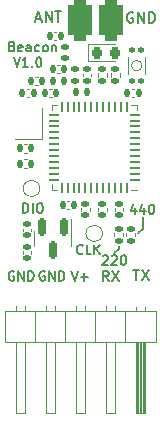
<source format=gbr>
%TF.GenerationSoftware,KiCad,Pcbnew,7.0.6*%
%TF.CreationDate,2023-07-24T21:53:20+02:00*%
%TF.ProjectId,beacon,62656163-6f6e-42e6-9b69-6361645f7063,rev?*%
%TF.SameCoordinates,Original*%
%TF.FileFunction,Legend,Top*%
%TF.FilePolarity,Positive*%
%FSLAX46Y46*%
G04 Gerber Fmt 4.6, Leading zero omitted, Abs format (unit mm)*
G04 Created by KiCad (PCBNEW 7.0.6) date 2023-07-24 21:53:20*
%MOMM*%
%LPD*%
G01*
G04 APERTURE LIST*
G04 Aperture macros list*
%AMRoundRect*
0 Rectangle with rounded corners*
0 $1 Rounding radius*
0 $2 $3 $4 $5 $6 $7 $8 $9 X,Y pos of 4 corners*
0 Add a 4 corners polygon primitive as box body*
4,1,4,$2,$3,$4,$5,$6,$7,$8,$9,$2,$3,0*
0 Add four circle primitives for the rounded corners*
1,1,$1+$1,$2,$3*
1,1,$1+$1,$4,$5*
1,1,$1+$1,$6,$7*
1,1,$1+$1,$8,$9*
0 Add four rect primitives between the rounded corners*
20,1,$1+$1,$2,$3,$4,$5,0*
20,1,$1+$1,$4,$5,$6,$7,0*
20,1,$1+$1,$6,$7,$8,$9,0*
20,1,$1+$1,$8,$9,$2,$3,0*%
G04 Aperture macros list end*
%ADD10C,0.150000*%
%ADD11C,0.120000*%
%ADD12C,0.100000*%
%ADD13RoundRect,0.147500X0.172500X-0.147500X0.172500X0.147500X-0.172500X0.147500X-0.172500X-0.147500X0*%
%ADD14RoundRect,0.140000X0.140000X0.170000X-0.140000X0.170000X-0.140000X-0.170000X0.140000X-0.170000X0*%
%ADD15RoundRect,0.500000X-0.500000X-1.250000X0.500000X-1.250000X0.500000X1.250000X-0.500000X1.250000X0*%
%ADD16RoundRect,0.140000X-0.170000X0.140000X-0.170000X-0.140000X0.170000X-0.140000X0.170000X0.140000X0*%
%ADD17RoundRect,0.062500X0.375000X0.062500X-0.375000X0.062500X-0.375000X-0.062500X0.375000X-0.062500X0*%
%ADD18RoundRect,0.062500X0.062500X0.375000X-0.062500X0.375000X-0.062500X-0.375000X0.062500X-0.375000X0*%
%ADD19R,5.600000X5.600000*%
%ADD20RoundRect,0.135000X0.185000X-0.135000X0.185000X0.135000X-0.185000X0.135000X-0.185000X-0.135000X0*%
%ADD21C,1.300000*%
%ADD22RoundRect,0.140000X0.170000X-0.140000X0.170000X0.140000X-0.170000X0.140000X-0.170000X-0.140000X0*%
%ADD23RoundRect,0.150000X-0.150000X0.587500X-0.150000X-0.587500X0.150000X-0.587500X0.150000X0.587500X0*%
%ADD24C,1.000000*%
%ADD25RoundRect,0.140000X-0.140000X-0.170000X0.140000X-0.170000X0.140000X0.170000X-0.140000X0.170000X0*%
%ADD26RoundRect,0.135000X-0.185000X0.135000X-0.185000X-0.135000X0.185000X-0.135000X0.185000X0.135000X0*%
%ADD27R,0.800000X0.900000*%
%ADD28C,1.700000*%
%ADD29O,1.700000X1.700000*%
%ADD30RoundRect,0.125000X-0.125000X0.150000X-0.125000X-0.150000X0.125000X-0.150000X0.125000X0.150000X0*%
%ADD31RoundRect,0.147500X-0.147500X-0.172500X0.147500X-0.172500X0.147500X0.172500X-0.147500X0.172500X0*%
%ADD32RoundRect,0.218750X-0.218750X-0.256250X0.218750X-0.256250X0.218750X0.256250X-0.218750X0.256250X0*%
G04 APERTURE END LIST*
D10*
X1655826Y21824753D02*
X1770112Y21786658D01*
X1770112Y21786658D02*
X1808207Y21748562D01*
X1808207Y21748562D02*
X1846303Y21672372D01*
X1846303Y21672372D02*
X1846303Y21558086D01*
X1846303Y21558086D02*
X1808207Y21481896D01*
X1808207Y21481896D02*
X1770112Y21443800D01*
X1770112Y21443800D02*
X1693922Y21405705D01*
X1693922Y21405705D02*
X1389160Y21405705D01*
X1389160Y21405705D02*
X1389160Y22205705D01*
X1389160Y22205705D02*
X1655826Y22205705D01*
X1655826Y22205705D02*
X1732017Y22167610D01*
X1732017Y22167610D02*
X1770112Y22129515D01*
X1770112Y22129515D02*
X1808207Y22053324D01*
X1808207Y22053324D02*
X1808207Y21977134D01*
X1808207Y21977134D02*
X1770112Y21900943D01*
X1770112Y21900943D02*
X1732017Y21862848D01*
X1732017Y21862848D02*
X1655826Y21824753D01*
X1655826Y21824753D02*
X1389160Y21824753D01*
X2493922Y21443800D02*
X2417731Y21405705D01*
X2417731Y21405705D02*
X2265350Y21405705D01*
X2265350Y21405705D02*
X2189160Y21443800D01*
X2189160Y21443800D02*
X2151064Y21519991D01*
X2151064Y21519991D02*
X2151064Y21824753D01*
X2151064Y21824753D02*
X2189160Y21900943D01*
X2189160Y21900943D02*
X2265350Y21939039D01*
X2265350Y21939039D02*
X2417731Y21939039D01*
X2417731Y21939039D02*
X2493922Y21900943D01*
X2493922Y21900943D02*
X2532017Y21824753D01*
X2532017Y21824753D02*
X2532017Y21748562D01*
X2532017Y21748562D02*
X2151064Y21672372D01*
X3217731Y21405705D02*
X3217731Y21824753D01*
X3217731Y21824753D02*
X3179636Y21900943D01*
X3179636Y21900943D02*
X3103445Y21939039D01*
X3103445Y21939039D02*
X2951064Y21939039D01*
X2951064Y21939039D02*
X2874874Y21900943D01*
X3217731Y21443800D02*
X3141540Y21405705D01*
X3141540Y21405705D02*
X2951064Y21405705D01*
X2951064Y21405705D02*
X2874874Y21443800D01*
X2874874Y21443800D02*
X2836778Y21519991D01*
X2836778Y21519991D02*
X2836778Y21596181D01*
X2836778Y21596181D02*
X2874874Y21672372D01*
X2874874Y21672372D02*
X2951064Y21710467D01*
X2951064Y21710467D02*
X3141540Y21710467D01*
X3141540Y21710467D02*
X3217731Y21748562D01*
X3941541Y21443800D02*
X3865350Y21405705D01*
X3865350Y21405705D02*
X3712969Y21405705D01*
X3712969Y21405705D02*
X3636779Y21443800D01*
X3636779Y21443800D02*
X3598684Y21481896D01*
X3598684Y21481896D02*
X3560588Y21558086D01*
X3560588Y21558086D02*
X3560588Y21786658D01*
X3560588Y21786658D02*
X3598684Y21862848D01*
X3598684Y21862848D02*
X3636779Y21900943D01*
X3636779Y21900943D02*
X3712969Y21939039D01*
X3712969Y21939039D02*
X3865350Y21939039D01*
X3865350Y21939039D02*
X3941541Y21900943D01*
X4398683Y21405705D02*
X4322493Y21443800D01*
X4322493Y21443800D02*
X4284398Y21481896D01*
X4284398Y21481896D02*
X4246302Y21558086D01*
X4246302Y21558086D02*
X4246302Y21786658D01*
X4246302Y21786658D02*
X4284398Y21862848D01*
X4284398Y21862848D02*
X4322493Y21900943D01*
X4322493Y21900943D02*
X4398683Y21939039D01*
X4398683Y21939039D02*
X4512969Y21939039D01*
X4512969Y21939039D02*
X4589160Y21900943D01*
X4589160Y21900943D02*
X4627255Y21862848D01*
X4627255Y21862848D02*
X4665350Y21786658D01*
X4665350Y21786658D02*
X4665350Y21558086D01*
X4665350Y21558086D02*
X4627255Y21481896D01*
X4627255Y21481896D02*
X4589160Y21443800D01*
X4589160Y21443800D02*
X4512969Y21405705D01*
X4512969Y21405705D02*
X4398683Y21405705D01*
X5008208Y21939039D02*
X5008208Y21405705D01*
X5008208Y21862848D02*
X5046303Y21900943D01*
X5046303Y21900943D02*
X5122493Y21939039D01*
X5122493Y21939039D02*
X5236779Y21939039D01*
X5236779Y21939039D02*
X5312970Y21900943D01*
X5312970Y21900943D02*
X5351065Y21824753D01*
X5351065Y21824753D02*
X5351065Y21405705D01*
X10700000Y4650000D02*
X10300000Y4350000D01*
X12700000Y6400000D02*
X12700000Y7400000D01*
X12300000Y6000000D02*
X12700000Y6400000D01*
X10700000Y4900000D02*
X10700000Y4650000D01*
X1808207Y2767610D02*
X1732017Y2805705D01*
X1732017Y2805705D02*
X1617731Y2805705D01*
X1617731Y2805705D02*
X1503445Y2767610D01*
X1503445Y2767610D02*
X1427255Y2691420D01*
X1427255Y2691420D02*
X1389160Y2615229D01*
X1389160Y2615229D02*
X1351064Y2462848D01*
X1351064Y2462848D02*
X1351064Y2348562D01*
X1351064Y2348562D02*
X1389160Y2196181D01*
X1389160Y2196181D02*
X1427255Y2119991D01*
X1427255Y2119991D02*
X1503445Y2043800D01*
X1503445Y2043800D02*
X1617731Y2005705D01*
X1617731Y2005705D02*
X1693922Y2005705D01*
X1693922Y2005705D02*
X1808207Y2043800D01*
X1808207Y2043800D02*
X1846303Y2081896D01*
X1846303Y2081896D02*
X1846303Y2348562D01*
X1846303Y2348562D02*
X1693922Y2348562D01*
X2189160Y2005705D02*
X2189160Y2805705D01*
X2189160Y2805705D02*
X2646303Y2005705D01*
X2646303Y2005705D02*
X2646303Y2805705D01*
X3027255Y2005705D02*
X3027255Y2805705D01*
X3027255Y2805705D02*
X3217731Y2805705D01*
X3217731Y2805705D02*
X3332017Y2767610D01*
X3332017Y2767610D02*
X3408207Y2691420D01*
X3408207Y2691420D02*
X3446302Y2615229D01*
X3446302Y2615229D02*
X3484398Y2462848D01*
X3484398Y2462848D02*
X3484398Y2348562D01*
X3484398Y2348562D02*
X3446302Y2196181D01*
X3446302Y2196181D02*
X3408207Y2119991D01*
X3408207Y2119991D02*
X3332017Y2043800D01*
X3332017Y2043800D02*
X3217731Y2005705D01*
X3217731Y2005705D02*
X3027255Y2005705D01*
X11884398Y24675086D02*
X11798684Y24717943D01*
X11798684Y24717943D02*
X11670112Y24717943D01*
X11670112Y24717943D02*
X11541541Y24675086D01*
X11541541Y24675086D02*
X11455826Y24589372D01*
X11455826Y24589372D02*
X11412969Y24503658D01*
X11412969Y24503658D02*
X11370112Y24332229D01*
X11370112Y24332229D02*
X11370112Y24203658D01*
X11370112Y24203658D02*
X11412969Y24032229D01*
X11412969Y24032229D02*
X11455826Y23946515D01*
X11455826Y23946515D02*
X11541541Y23860800D01*
X11541541Y23860800D02*
X11670112Y23817943D01*
X11670112Y23817943D02*
X11755826Y23817943D01*
X11755826Y23817943D02*
X11884398Y23860800D01*
X11884398Y23860800D02*
X11927255Y23903658D01*
X11927255Y23903658D02*
X11927255Y24203658D01*
X11927255Y24203658D02*
X11755826Y24203658D01*
X12312969Y23817943D02*
X12312969Y24717943D01*
X12312969Y24717943D02*
X12827255Y23817943D01*
X12827255Y23817943D02*
X12827255Y24717943D01*
X13255826Y23817943D02*
X13255826Y24717943D01*
X13255826Y24717943D02*
X13470112Y24717943D01*
X13470112Y24717943D02*
X13598683Y24675086D01*
X13598683Y24675086D02*
X13684398Y24589372D01*
X13684398Y24589372D02*
X13727255Y24503658D01*
X13727255Y24503658D02*
X13770112Y24332229D01*
X13770112Y24332229D02*
X13770112Y24203658D01*
X13770112Y24203658D02*
X13727255Y24032229D01*
X13727255Y24032229D02*
X13684398Y23946515D01*
X13684398Y23946515D02*
X13598683Y23860800D01*
X13598683Y23860800D02*
X13470112Y23817943D01*
X13470112Y23817943D02*
X13255826Y23817943D01*
X6674874Y2805705D02*
X6941541Y2005705D01*
X6941541Y2005705D02*
X7208207Y2805705D01*
X7474874Y2310467D02*
X8084398Y2310467D01*
X7779636Y2005705D02*
X7779636Y2615229D01*
X3670112Y24175086D02*
X4098684Y24175086D01*
X3584398Y23917943D02*
X3884398Y24817943D01*
X3884398Y24817943D02*
X4184398Y23917943D01*
X4484398Y23917943D02*
X4484398Y24817943D01*
X4484398Y24817943D02*
X4998684Y23917943D01*
X4998684Y23917943D02*
X4998684Y24817943D01*
X5298684Y24817943D02*
X5812970Y24817943D01*
X5555827Y23917943D02*
X5555827Y24817943D01*
X9827255Y2005705D02*
X9527255Y2386658D01*
X9312969Y2005705D02*
X9312969Y2805705D01*
X9312969Y2805705D02*
X9655826Y2805705D01*
X9655826Y2805705D02*
X9741541Y2767610D01*
X9741541Y2767610D02*
X9784398Y2729515D01*
X9784398Y2729515D02*
X9827255Y2653324D01*
X9827255Y2653324D02*
X9827255Y2539039D01*
X9827255Y2539039D02*
X9784398Y2462848D01*
X9784398Y2462848D02*
X9741541Y2424753D01*
X9741541Y2424753D02*
X9655826Y2386658D01*
X9655826Y2386658D02*
X9312969Y2386658D01*
X10127255Y2805705D02*
X10727255Y2005705D01*
X10727255Y2805705D02*
X10127255Y2005705D01*
X4408207Y2767610D02*
X4332017Y2805705D01*
X4332017Y2805705D02*
X4217731Y2805705D01*
X4217731Y2805705D02*
X4103445Y2767610D01*
X4103445Y2767610D02*
X4027255Y2691420D01*
X4027255Y2691420D02*
X3989160Y2615229D01*
X3989160Y2615229D02*
X3951064Y2462848D01*
X3951064Y2462848D02*
X3951064Y2348562D01*
X3951064Y2348562D02*
X3989160Y2196181D01*
X3989160Y2196181D02*
X4027255Y2119991D01*
X4027255Y2119991D02*
X4103445Y2043800D01*
X4103445Y2043800D02*
X4217731Y2005705D01*
X4217731Y2005705D02*
X4293922Y2005705D01*
X4293922Y2005705D02*
X4408207Y2043800D01*
X4408207Y2043800D02*
X4446303Y2081896D01*
X4446303Y2081896D02*
X4446303Y2348562D01*
X4446303Y2348562D02*
X4293922Y2348562D01*
X4789160Y2005705D02*
X4789160Y2805705D01*
X4789160Y2805705D02*
X5246303Y2005705D01*
X5246303Y2005705D02*
X5246303Y2805705D01*
X5627255Y2005705D02*
X5627255Y2805705D01*
X5627255Y2805705D02*
X5817731Y2805705D01*
X5817731Y2805705D02*
X5932017Y2767610D01*
X5932017Y2767610D02*
X6008207Y2691420D01*
X6008207Y2691420D02*
X6046302Y2615229D01*
X6046302Y2615229D02*
X6084398Y2462848D01*
X6084398Y2462848D02*
X6084398Y2348562D01*
X6084398Y2348562D02*
X6046302Y2196181D01*
X6046302Y2196181D02*
X6008207Y2119991D01*
X6008207Y2119991D02*
X5932017Y2043800D01*
X5932017Y2043800D02*
X5817731Y2005705D01*
X5817731Y2005705D02*
X5627255Y2005705D01*
X11884398Y2917943D02*
X12398684Y2917943D01*
X12141541Y2017943D02*
X12141541Y2917943D01*
X12612969Y2917943D02*
X13212969Y2017943D01*
X13212969Y2917943D02*
X12612969Y2017943D01*
X1774874Y20905705D02*
X2041541Y20105705D01*
X2041541Y20105705D02*
X2308207Y20905705D01*
X2993921Y20105705D02*
X2536778Y20105705D01*
X2765350Y20105705D02*
X2765350Y20905705D01*
X2765350Y20905705D02*
X2689159Y20791420D01*
X2689159Y20791420D02*
X2612969Y20715229D01*
X2612969Y20715229D02*
X2536778Y20677134D01*
X3336779Y20181896D02*
X3374874Y20143800D01*
X3374874Y20143800D02*
X3336779Y20105705D01*
X3336779Y20105705D02*
X3298683Y20143800D01*
X3298683Y20143800D02*
X3336779Y20181896D01*
X3336779Y20181896D02*
X3336779Y20105705D01*
X3870112Y20905705D02*
X3946302Y20905705D01*
X3946302Y20905705D02*
X4022493Y20867610D01*
X4022493Y20867610D02*
X4060588Y20829515D01*
X4060588Y20829515D02*
X4098683Y20753324D01*
X4098683Y20753324D02*
X4136778Y20600943D01*
X4136778Y20600943D02*
X4136778Y20410467D01*
X4136778Y20410467D02*
X4098683Y20258086D01*
X4098683Y20258086D02*
X4060588Y20181896D01*
X4060588Y20181896D02*
X4022493Y20143800D01*
X4022493Y20143800D02*
X3946302Y20105705D01*
X3946302Y20105705D02*
X3870112Y20105705D01*
X3870112Y20105705D02*
X3793921Y20143800D01*
X3793921Y20143800D02*
X3755826Y20181896D01*
X3755826Y20181896D02*
X3717731Y20258086D01*
X3717731Y20258086D02*
X3679635Y20410467D01*
X3679635Y20410467D02*
X3679635Y20600943D01*
X3679635Y20600943D02*
X3717731Y20753324D01*
X3717731Y20753324D02*
X3755826Y20829515D01*
X3755826Y20829515D02*
X3793921Y20867610D01*
X3793921Y20867610D02*
X3870112Y20905705D01*
X7623810Y4313896D02*
X7585714Y4275800D01*
X7585714Y4275800D02*
X7471429Y4237705D01*
X7471429Y4237705D02*
X7395238Y4237705D01*
X7395238Y4237705D02*
X7280952Y4275800D01*
X7280952Y4275800D02*
X7204762Y4351991D01*
X7204762Y4351991D02*
X7166667Y4428181D01*
X7166667Y4428181D02*
X7128571Y4580562D01*
X7128571Y4580562D02*
X7128571Y4694848D01*
X7128571Y4694848D02*
X7166667Y4847229D01*
X7166667Y4847229D02*
X7204762Y4923420D01*
X7204762Y4923420D02*
X7280952Y4999610D01*
X7280952Y4999610D02*
X7395238Y5037705D01*
X7395238Y5037705D02*
X7471429Y5037705D01*
X7471429Y5037705D02*
X7585714Y4999610D01*
X7585714Y4999610D02*
X7623810Y4961515D01*
X8347619Y4237705D02*
X7966667Y4237705D01*
X7966667Y4237705D02*
X7966667Y5037705D01*
X8614286Y4237705D02*
X8614286Y5037705D01*
X9071429Y4237705D02*
X8728571Y4694848D01*
X9071429Y5037705D02*
X8614286Y4580562D01*
X2580953Y7737705D02*
X2580953Y8537705D01*
X2580953Y8537705D02*
X2771429Y8537705D01*
X2771429Y8537705D02*
X2885715Y8499610D01*
X2885715Y8499610D02*
X2961905Y8423420D01*
X2961905Y8423420D02*
X3000000Y8347229D01*
X3000000Y8347229D02*
X3038096Y8194848D01*
X3038096Y8194848D02*
X3038096Y8080562D01*
X3038096Y8080562D02*
X3000000Y7928181D01*
X3000000Y7928181D02*
X2961905Y7851991D01*
X2961905Y7851991D02*
X2885715Y7775800D01*
X2885715Y7775800D02*
X2771429Y7737705D01*
X2771429Y7737705D02*
X2580953Y7737705D01*
X3380953Y7737705D02*
X3380953Y8537705D01*
X3914286Y8537705D02*
X4066667Y8537705D01*
X4066667Y8537705D02*
X4142857Y8499610D01*
X4142857Y8499610D02*
X4219048Y8423420D01*
X4219048Y8423420D02*
X4257143Y8271039D01*
X4257143Y8271039D02*
X4257143Y8004372D01*
X4257143Y8004372D02*
X4219048Y7851991D01*
X4219048Y7851991D02*
X4142857Y7775800D01*
X4142857Y7775800D02*
X4066667Y7737705D01*
X4066667Y7737705D02*
X3914286Y7737705D01*
X3914286Y7737705D02*
X3838095Y7775800D01*
X3838095Y7775800D02*
X3761905Y7851991D01*
X3761905Y7851991D02*
X3723809Y8004372D01*
X3723809Y8004372D02*
X3723809Y8271039D01*
X3723809Y8271039D02*
X3761905Y8423420D01*
X3761905Y8423420D02*
X3838095Y8499610D01*
X3838095Y8499610D02*
X3914286Y8537705D01*
X9309523Y4061515D02*
X9347619Y4099610D01*
X9347619Y4099610D02*
X9423809Y4137705D01*
X9423809Y4137705D02*
X9614285Y4137705D01*
X9614285Y4137705D02*
X9690476Y4099610D01*
X9690476Y4099610D02*
X9728571Y4061515D01*
X9728571Y4061515D02*
X9766666Y3985324D01*
X9766666Y3985324D02*
X9766666Y3909134D01*
X9766666Y3909134D02*
X9728571Y3794848D01*
X9728571Y3794848D02*
X9271428Y3337705D01*
X9271428Y3337705D02*
X9766666Y3337705D01*
X10071428Y4061515D02*
X10109524Y4099610D01*
X10109524Y4099610D02*
X10185714Y4137705D01*
X10185714Y4137705D02*
X10376190Y4137705D01*
X10376190Y4137705D02*
X10452381Y4099610D01*
X10452381Y4099610D02*
X10490476Y4061515D01*
X10490476Y4061515D02*
X10528571Y3985324D01*
X10528571Y3985324D02*
X10528571Y3909134D01*
X10528571Y3909134D02*
X10490476Y3794848D01*
X10490476Y3794848D02*
X10033333Y3337705D01*
X10033333Y3337705D02*
X10528571Y3337705D01*
X11023810Y4137705D02*
X11100000Y4137705D01*
X11100000Y4137705D02*
X11176191Y4099610D01*
X11176191Y4099610D02*
X11214286Y4061515D01*
X11214286Y4061515D02*
X11252381Y3985324D01*
X11252381Y3985324D02*
X11290476Y3832943D01*
X11290476Y3832943D02*
X11290476Y3642467D01*
X11290476Y3642467D02*
X11252381Y3490086D01*
X11252381Y3490086D02*
X11214286Y3413896D01*
X11214286Y3413896D02*
X11176191Y3375800D01*
X11176191Y3375800D02*
X11100000Y3337705D01*
X11100000Y3337705D02*
X11023810Y3337705D01*
X11023810Y3337705D02*
X10947619Y3375800D01*
X10947619Y3375800D02*
X10909524Y3413896D01*
X10909524Y3413896D02*
X10871429Y3490086D01*
X10871429Y3490086D02*
X10833333Y3642467D01*
X10833333Y3642467D02*
X10833333Y3832943D01*
X10833333Y3832943D02*
X10871429Y3985324D01*
X10871429Y3985324D02*
X10909524Y4061515D01*
X10909524Y4061515D02*
X10947619Y4099610D01*
X10947619Y4099610D02*
X11023810Y4137705D01*
X12090476Y8171039D02*
X12090476Y7637705D01*
X11900000Y8475800D02*
X11709523Y7904372D01*
X11709523Y7904372D02*
X12204762Y7904372D01*
X12852381Y8171039D02*
X12852381Y7637705D01*
X12661905Y8475800D02*
X12471428Y7904372D01*
X12471428Y7904372D02*
X12966667Y7904372D01*
X13423810Y8437705D02*
X13500000Y8437705D01*
X13500000Y8437705D02*
X13576191Y8399610D01*
X13576191Y8399610D02*
X13614286Y8361515D01*
X13614286Y8361515D02*
X13652381Y8285324D01*
X13652381Y8285324D02*
X13690476Y8132943D01*
X13690476Y8132943D02*
X13690476Y7942467D01*
X13690476Y7942467D02*
X13652381Y7790086D01*
X13652381Y7790086D02*
X13614286Y7713896D01*
X13614286Y7713896D02*
X13576191Y7675800D01*
X13576191Y7675800D02*
X13500000Y7637705D01*
X13500000Y7637705D02*
X13423810Y7637705D01*
X13423810Y7637705D02*
X13347619Y7675800D01*
X13347619Y7675800D02*
X13309524Y7713896D01*
X13309524Y7713896D02*
X13271429Y7790086D01*
X13271429Y7790086D02*
X13233333Y7942467D01*
X13233333Y7942467D02*
X13233333Y8132943D01*
X13233333Y8132943D02*
X13271429Y8285324D01*
X13271429Y8285324D02*
X13309524Y8361515D01*
X13309524Y8361515D02*
X13347619Y8399610D01*
X13347619Y8399610D02*
X13423810Y8437705D01*
D11*
%TO.C,C5*%
X5007836Y17540000D02*
X4792164Y17540000D01*
X5007836Y18260000D02*
X4792164Y18260000D01*
%TO.C,C7*%
X5707836Y19540000D02*
X5492164Y19540000D01*
X5707836Y20260000D02*
X5492164Y20260000D01*
%TO.C,C11*%
X11060000Y8107836D02*
X11060000Y7892164D01*
X10340000Y8107836D02*
X10340000Y7892164D01*
%TO.C,C13*%
X3260000Y6407836D02*
X3260000Y6192164D01*
X2540000Y6407836D02*
X2540000Y6192164D01*
%TO.C,C3*%
X9660000Y8107836D02*
X9660000Y7892164D01*
X8940000Y8107836D02*
X8940000Y7892164D01*
%TO.C,C12*%
X3107836Y17540000D02*
X2892164Y17540000D01*
X3107836Y18260000D02*
X2892164Y18260000D01*
%TO.C,U1*%
X12210000Y16910000D02*
X12210000Y16435000D01*
X11735000Y9690000D02*
X12210000Y9690000D01*
X11735000Y16910000D02*
X12210000Y16910000D01*
X5465000Y9690000D02*
X4990000Y9690000D01*
X5465000Y16910000D02*
X4990000Y16910000D01*
X4990000Y9690000D02*
X4990000Y10165000D01*
X4990000Y16910000D02*
X4990000Y16435000D01*
%TO.C,R3*%
X10020000Y19256359D02*
X10020000Y19563641D01*
X10780000Y19256359D02*
X10780000Y19563641D01*
%TO.C,C14*%
X2540000Y4292164D02*
X2540000Y4507836D01*
X3260000Y4292164D02*
X3260000Y4507836D01*
%TO.C,U2*%
X6660000Y5562500D02*
X6660000Y7237500D01*
X6660000Y5562500D02*
X6660000Y4912500D01*
X3540000Y5562500D02*
X3540000Y6212500D01*
X3540000Y5562500D02*
X3540000Y4912500D01*
%TO.C,TP2*%
X9300000Y6000000D02*
G75*
G03*
X9300000Y6000000I-700000J0D01*
G01*
%TO.C,C6*%
X7640000Y19292164D02*
X7640000Y19507836D01*
X8360000Y19292164D02*
X8360000Y19507836D01*
%TO.C,C15*%
X6292164Y8760000D02*
X6507836Y8760000D01*
X6292164Y8040000D02*
X6507836Y8040000D01*
%TO.C,R4*%
X9680000Y19553641D02*
X9680000Y19246359D01*
X8920000Y19553641D02*
X8920000Y19246359D01*
%TO.C,C1*%
X12007836Y17540000D02*
X11792164Y17540000D01*
X12007836Y18260000D02*
X11792164Y18260000D01*
%TO.C,C10*%
X2907836Y12840000D02*
X2692164Y12840000D01*
X2907836Y13560000D02*
X2692164Y13560000D01*
%TO.C,C4*%
X3807836Y18540000D02*
X3592164Y18540000D01*
X3807836Y19260000D02*
X3592164Y19260000D01*
%TO.C,C2*%
X8210000Y8107836D02*
X8210000Y7892164D01*
X7490000Y8107836D02*
X7490000Y7892164D01*
%TO.C,R1*%
X11080000Y6053641D02*
X11080000Y5746359D01*
X10320000Y6053641D02*
X10320000Y5746359D01*
%TO.C,Y1*%
X1900000Y13950000D02*
X4200000Y13950000D01*
X4200000Y13950000D02*
X4200000Y16650000D01*
%TO.C,C9*%
X2907836Y11540000D02*
X2692164Y11540000D01*
X2907836Y12260000D02*
X2692164Y12260000D01*
%TO.C,J1*%
X10340000Y-167929D02*
X10340000Y-565000D01*
X9580000Y-167929D02*
X9580000Y-565000D01*
X7800000Y-167929D02*
X7800000Y-565000D01*
X7040000Y-167929D02*
X7040000Y-565000D01*
X5260000Y-167929D02*
X5260000Y-565000D01*
X4500000Y-167929D02*
X4500000Y-565000D01*
X2720000Y-167929D02*
X2720000Y-565000D01*
X1960000Y-167929D02*
X1960000Y-565000D01*
X12880000Y-235000D02*
X12880000Y-565000D01*
X12120000Y-235000D02*
X12120000Y-565000D01*
X13830000Y-565000D02*
X1010000Y-565000D01*
X11230000Y-565000D02*
X11230000Y-3225000D01*
X8690000Y-565000D02*
X8690000Y-3225000D01*
X6150000Y-565000D02*
X6150000Y-3225000D01*
X3610000Y-565000D02*
X3610000Y-3225000D01*
X1010000Y-565000D02*
X1010000Y-3225000D01*
X13830000Y-3225000D02*
X13830000Y-565000D01*
X12880000Y-3225000D02*
X12880000Y-9225000D01*
X12820000Y-3225000D02*
X12820000Y-9225000D01*
X12700000Y-3225000D02*
X12700000Y-9225000D01*
X12580000Y-3225000D02*
X12580000Y-9225000D01*
X12460000Y-3225000D02*
X12460000Y-9225000D01*
X12340000Y-3225000D02*
X12340000Y-9225000D01*
X12220000Y-3225000D02*
X12220000Y-9225000D01*
X10340000Y-3225000D02*
X10340000Y-9225000D01*
X7800000Y-3225000D02*
X7800000Y-9225000D01*
X5260000Y-3225000D02*
X5260000Y-9225000D01*
X2720000Y-3225000D02*
X2720000Y-9225000D01*
X1010000Y-3225000D02*
X13830000Y-3225000D01*
X12880000Y-9225000D02*
X12120000Y-9225000D01*
X12120000Y-9225000D02*
X12120000Y-3225000D01*
X10340000Y-9225000D02*
X9580000Y-9225000D01*
X9580000Y-9225000D02*
X9580000Y-3225000D01*
X7800000Y-9225000D02*
X7040000Y-9225000D01*
X7040000Y-9225000D02*
X7040000Y-3225000D01*
X5260000Y-9225000D02*
X4500000Y-9225000D01*
X4500000Y-9225000D02*
X4500000Y-3225000D01*
X2720000Y-9225000D02*
X1960000Y-9225000D01*
X1960000Y-9225000D02*
X1960000Y-3225000D01*
%TO.C,TP1*%
X4000000Y9800000D02*
G75*
G03*
X4000000Y9800000I-700000J0D01*
G01*
%TO.C,R2*%
X12080000Y6053641D02*
X12080000Y5746359D01*
X11320000Y6053641D02*
X11320000Y5746359D01*
D12*
%TO.C,SW1*%
X12900000Y20900000D02*
X12900000Y19500000D01*
X11500000Y20900000D02*
X11500000Y19500000D01*
X12647214Y20200000D02*
G75*
G03*
X12647214Y20200000I-447214J0D01*
G01*
D11*
%TO.C,C8*%
X5407836Y22340000D02*
X5192164Y22340000D01*
X5407836Y23060000D02*
X5192164Y23060000D01*
%TO.C,D1*%
X8115000Y22035000D02*
X8115000Y20565000D01*
X8115000Y20565000D02*
X10400000Y20565000D01*
X10400000Y22035000D02*
X8115000Y22035000D01*
%TD*%
%LPC*%
D13*
%TO.C,L3*%
X6100000Y20815000D03*
X6100000Y21785000D03*
%TD*%
D14*
%TO.C,C5*%
X5380000Y17900000D03*
X4420000Y17900000D03*
%TD*%
D15*
%TO.C,J2*%
X10000000Y24100000D03*
%TD*%
D14*
%TO.C,C7*%
X6080000Y19900000D03*
X5120000Y19900000D03*
%TD*%
D16*
%TO.C,C11*%
X10700000Y8480000D03*
X10700000Y7520000D03*
%TD*%
%TO.C,C13*%
X2900000Y6780000D03*
X2900000Y5820000D03*
%TD*%
%TO.C,C3*%
X9300000Y8480000D03*
X9300000Y7520000D03*
%TD*%
D14*
%TO.C,C12*%
X3480000Y17900000D03*
X2520000Y17900000D03*
%TD*%
D17*
%TO.C,U1*%
X12037500Y10550000D03*
X12037500Y11050000D03*
X12037500Y11550000D03*
X12037500Y12050000D03*
X12037500Y12550000D03*
X12037500Y13050000D03*
X12037500Y13550000D03*
X12037500Y14050000D03*
X12037500Y14550000D03*
X12037500Y15050000D03*
X12037500Y15550000D03*
X12037500Y16050000D03*
D18*
X11350000Y16737500D03*
X10850000Y16737500D03*
X10350000Y16737500D03*
X9850000Y16737500D03*
X9350000Y16737500D03*
X8850000Y16737500D03*
X8350000Y16737500D03*
X7850000Y16737500D03*
X7350000Y16737500D03*
X6850000Y16737500D03*
X6350000Y16737500D03*
X5850000Y16737500D03*
D17*
X5162500Y16050000D03*
X5162500Y15550000D03*
X5162500Y15050000D03*
X5162500Y14550000D03*
X5162500Y14050000D03*
X5162500Y13550000D03*
X5162500Y13050000D03*
X5162500Y12550000D03*
X5162500Y12050000D03*
X5162500Y11550000D03*
X5162500Y11050000D03*
X5162500Y10550000D03*
D18*
X5850000Y9862500D03*
X6350000Y9862500D03*
X6850000Y9862500D03*
X7350000Y9862500D03*
X7850000Y9862500D03*
X8350000Y9862500D03*
X8850000Y9862500D03*
X9350000Y9862500D03*
X9850000Y9862500D03*
X10350000Y9862500D03*
X10850000Y9862500D03*
X11350000Y9862500D03*
D19*
X8600000Y13300000D03*
%TD*%
D20*
%TO.C,R3*%
X10400000Y18900000D03*
X10400000Y19920000D03*
%TD*%
D21*
%TO.C,H2*%
X13000000Y3800000D03*
%TD*%
D22*
%TO.C,C14*%
X2900000Y3920000D03*
X2900000Y4880000D03*
%TD*%
D23*
%TO.C,U2*%
X6050000Y6500000D03*
X4150000Y6500000D03*
X5100000Y4625000D03*
%TD*%
D24*
%TO.C,TP2*%
X8600000Y6000000D03*
%TD*%
D22*
%TO.C,C6*%
X8000000Y18920000D03*
X8000000Y19880000D03*
%TD*%
D25*
%TO.C,C15*%
X5920000Y8400000D03*
X6880000Y8400000D03*
%TD*%
D26*
%TO.C,R4*%
X9300000Y19910000D03*
X9300000Y18890000D03*
%TD*%
D14*
%TO.C,C1*%
X12380000Y17900000D03*
X11420000Y17900000D03*
%TD*%
%TO.C,C10*%
X3280000Y13200000D03*
X2320000Y13200000D03*
%TD*%
%TO.C,C4*%
X4180000Y18900000D03*
X3220000Y18900000D03*
%TD*%
D16*
%TO.C,C2*%
X7850000Y8480000D03*
X7850000Y7520000D03*
%TD*%
D26*
%TO.C,R1*%
X10700000Y6410000D03*
X10700000Y5390000D03*
%TD*%
D27*
%TO.C,Y1*%
X3600000Y14600000D03*
X3600000Y16000000D03*
X2500000Y16000000D03*
X2500000Y14600000D03*
%TD*%
D14*
%TO.C,C9*%
X3280000Y11900000D03*
X2320000Y11900000D03*
%TD*%
D28*
%TO.C,J1*%
X12500000Y875000D03*
D29*
X9960000Y875000D03*
X7420000Y875000D03*
X4880000Y875000D03*
X2340000Y875000D03*
%TD*%
D24*
%TO.C,TP1*%
X3300000Y9800000D03*
%TD*%
D26*
%TO.C,R2*%
X11700000Y6410000D03*
X11700000Y5390000D03*
%TD*%
D21*
%TO.C,H1*%
X2500000Y24600000D03*
%TD*%
D30*
%TO.C,SW1*%
X12600000Y21525000D03*
X11800000Y21525000D03*
X12600000Y18875000D03*
X11800000Y18875000D03*
%TD*%
D31*
%TO.C,L1*%
X5115000Y18900000D03*
X6085000Y18900000D03*
%TD*%
D14*
%TO.C,C8*%
X5780000Y22700000D03*
X4820000Y22700000D03*
%TD*%
D31*
%TO.C,L4*%
X7030000Y18000000D03*
X8000000Y18000000D03*
%TD*%
D13*
%TO.C,L2*%
X7000000Y18915000D03*
X7000000Y19885000D03*
%TD*%
D32*
%TO.C,D1*%
X8812500Y21300000D03*
X10387500Y21300000D03*
%TD*%
D15*
%TO.C,AE1*%
X7400000Y24100000D03*
%TD*%
%LPD*%
M02*

</source>
